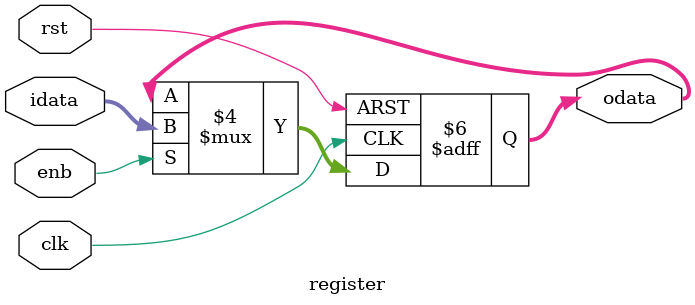
<source format=v>
module register (clk, rst, enb, idata, odata);

parameter DATASIZE = 8;

input clk, rst, enb;
input[DATASIZE-1:0] idata;
output[DATASIZE-1:0] odata;
reg[DATASIZE-1:0] odata;

always @(posedge clk or posedge rst)  // asynchronous reset!?
begin
	if (rst==1) begin
		odata <= {DATASIZE{1'b0}};
	end else begin
		if (enb==1) odata <= idata;
	end
end

endmodule

</source>
